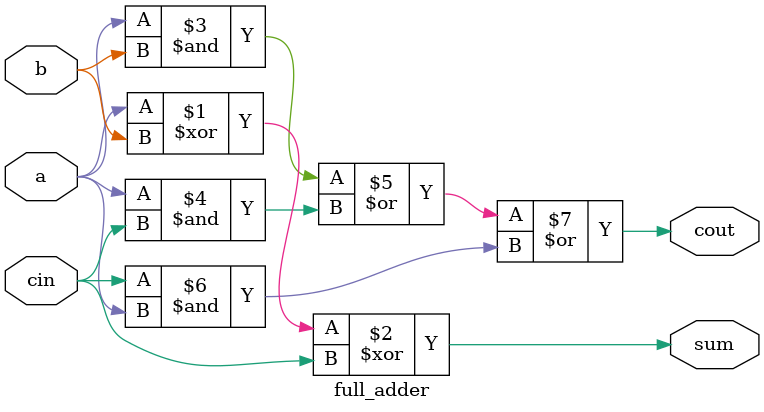
<source format=v>
module full_adder (
    input a,b,cin,
    output sum,cout
);
    assign sum=a^b^cin;
    assign cout=(a&b)|(a&cin)|(cin&a);
endmodule
</source>
